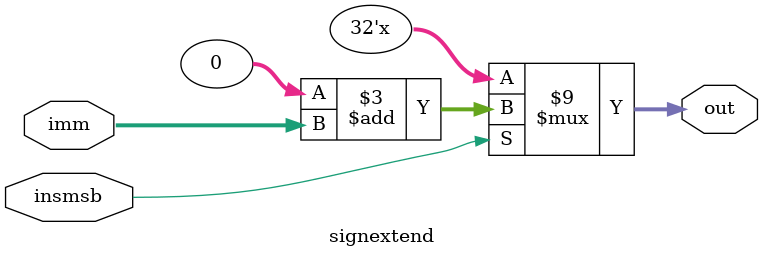
<source format=v>
`timescale 1ns / 1ps
module signextend(
    input [20:0] imm,
    input insmsb,
    output reg [31:0] out
    );
reg [4:0] shamt;
always @(*)
begin
if(insmsb==1)
begin
out <= 32'b0+imm;
end
else
begin
shamt <= imm[10:6];
out <= 32'b0+shamt;
end
end

endmodule

</source>
